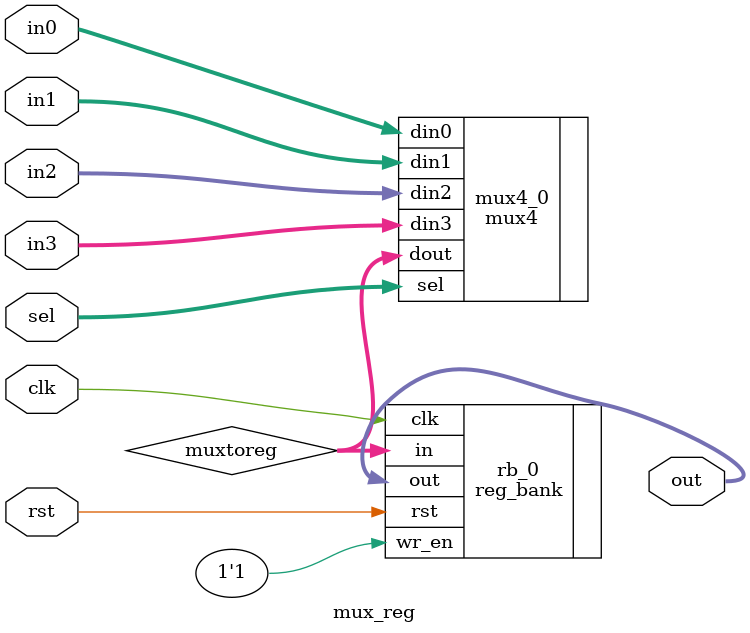
<source format=v>
module mux_reg #(
  parameter WIDTH=8
  )(
  input clk,
  input rst,
  input [1:0] sel,
  input [WIDTH-1:0] in0, in1, in2, in3,
  output [WIDTH-1:0] out
);

  wire [WIDTH-1:0] muxtoreg;

  mux4 mux4_0(
    .din0(in0),
    .din1(in1),
    .din2(in2),
    .din3(in3),
    .sel(sel),
    .dout(muxtoreg)
  );

  reg_bank rb_0(
    .clk(clk),
    .rst(rst),
    .wr_en(1'b1),
    .in(muxtoreg),
    .out(out)
  );

endmodule

</source>
